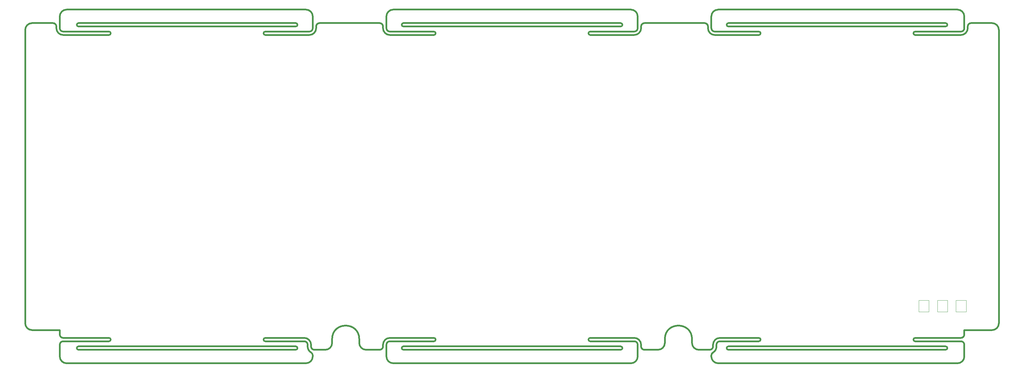
<source format=gbr>
%TF.GenerationSoftware,KiCad,Pcbnew,8.0.1*%
%TF.CreationDate,2025-07-05T21:49:17+09:00*%
%TF.ProjectId,Lily60,4c696c79-3630-42e6-9b69-6361645f7063,rev?*%
%TF.SameCoordinates,Original*%
%TF.FileFunction,Profile,NP*%
%FSLAX46Y46*%
G04 Gerber Fmt 4.6, Leading zero omitted, Abs format (unit mm)*
G04 Created by KiCad (PCBNEW 8.0.1) date 2025-07-05 21:49:17*
%MOMM*%
%LPD*%
G01*
G04 APERTURE LIST*
%TA.AperFunction,Profile*%
%ADD10C,0.500000*%
%TD*%
%TA.AperFunction,Profile*%
%ADD11C,0.120000*%
%TD*%
G04 APERTURE END LIST*
D10*
X46775000Y-29075000D02*
X46775000Y-29075000D01*
X124274999Y-28075001D02*
X124274999Y-28075001D01*
X144974999Y-120825000D02*
X144974999Y-120825000D01*
X121774999Y-123325001D02*
X121774999Y-123325000D01*
X121775000Y-122825000D02*
X121775000Y-122825000D01*
X62274998Y-120825000D02*
G75*
G02*
X62274998Y-121825000I1J-500000D01*
G01*
X48774999Y-120825001D02*
X62274998Y-120825000D01*
X48774999Y-120825001D02*
G75*
G02*
X47774999Y-119825000I1J1000001D01*
G01*
X47774998Y-118525000D02*
X47774998Y-119825000D01*
X39599998Y-118525000D02*
X47774998Y-118525000D01*
X39599998Y-118525000D02*
G75*
G02*
X37599998Y-116525000I1J2000001D01*
G01*
X37600000Y-30074999D02*
X37599998Y-116525000D01*
X37600000Y-30074999D02*
G75*
G02*
X39599999Y-28075000I1999999J0D01*
G01*
X45774998Y-28075000D02*
X39599999Y-28075000D01*
X45774998Y-28075000D02*
G75*
G02*
X46774998Y-29075000I0J-1000000D01*
G01*
X46774999Y-29575000D02*
X46775000Y-29075000D01*
X48774999Y-31575000D02*
G75*
G02*
X46775000Y-29575000I1J2000000D01*
G01*
X62274998Y-31575000D02*
X48774999Y-31575000D01*
X62274998Y-30575000D02*
G75*
G02*
X62274998Y-31575000I1J-500000D01*
G01*
X48774999Y-30575001D02*
X62274998Y-30575000D01*
X48774999Y-30575001D02*
G75*
G02*
X47774999Y-29575000I1J1000001D01*
G01*
X47774998Y-26100000D02*
X47774998Y-29575000D01*
X47774998Y-26100000D02*
G75*
G02*
X49774999Y-24099998I2000001J1D01*
G01*
X120274999Y-24100000D02*
X49774999Y-24100000D01*
X120274999Y-24100000D02*
G75*
G02*
X122274998Y-26100000I0J-1999999D01*
G01*
X122274999Y-29575000D02*
X122274999Y-26100000D01*
X122274999Y-29575000D02*
G75*
G02*
X121274998Y-30575000I-1000001J1D01*
G01*
X108275000Y-30575000D02*
X121274998Y-30575000D01*
X108275000Y-31575000D02*
G75*
G02*
X108275000Y-30575000I-1J500000D01*
G01*
X121274998Y-31574999D02*
X108275000Y-31575000D01*
X123275000Y-29574999D02*
G75*
G02*
X121274998Y-31575001I-2000002J0D01*
G01*
X123274999Y-29075000D02*
X123275000Y-29574999D01*
X123274999Y-29075000D02*
G75*
G02*
X124274999Y-28074998I1000000J2D01*
G01*
X141974999Y-28075001D02*
X124274999Y-28075001D01*
X141974999Y-28075001D02*
G75*
G02*
X142974996Y-29075000I0J-999997D01*
G01*
X142975000Y-29575000D02*
X142975001Y-29075000D01*
X144974999Y-31574999D02*
G75*
G02*
X142975000Y-29575000I0J1999999D01*
G01*
X157975000Y-31575000D02*
X144974999Y-31574999D01*
X157975000Y-30575000D02*
G75*
G02*
X157975000Y-31575000I-1J-500000D01*
G01*
X144974999Y-30575000D02*
X157975000Y-30575000D01*
X144974999Y-30575000D02*
G75*
G02*
X143974999Y-29574999I0J1000000D01*
G01*
X143974998Y-26099999D02*
X143974998Y-29574999D01*
X143974998Y-26099999D02*
G75*
G02*
X145974998Y-24100000I2000000J-1D01*
G01*
X215975000Y-24099999D02*
X145974998Y-24099999D01*
X215975000Y-24099999D02*
G75*
G02*
X217975001Y-26099999I0J-2000001D01*
G01*
X217975000Y-29575001D02*
X217974998Y-26099999D01*
X217975000Y-29575001D02*
G75*
G02*
X216975000Y-30575000I-999999J0D01*
G01*
X203975000Y-30575000D02*
X216975000Y-30575000D01*
X203975000Y-31575000D02*
G75*
G02*
X203975000Y-30575000I-2J500000D01*
G01*
X216975001Y-31575000D02*
X203975000Y-31575000D01*
X218974999Y-29575001D02*
G75*
G02*
X216975001Y-31574999I-1999998J0D01*
G01*
X218975000Y-29074998D02*
X218974999Y-29575001D01*
X218975000Y-29074998D02*
G75*
G02*
X219974999Y-28074999I999999J0D01*
G01*
X237674999Y-28075000D02*
X219974999Y-28075000D01*
X237674999Y-28075000D02*
G75*
G02*
X238674997Y-29074996I0J-999998D01*
G01*
X238675001Y-29575004D02*
X238674998Y-29074996D01*
X240675000Y-31575000D02*
G75*
G02*
X238675001Y-29575004I1J2000000D01*
G01*
X253675000Y-31575000D02*
X240675000Y-31575000D01*
X253675000Y-30575000D02*
G75*
G02*
X253675000Y-31575000I-2J-500000D01*
G01*
X240674999Y-30575000D02*
X253675000Y-30575000D01*
X240674999Y-30575000D02*
G75*
G02*
X239675001Y-29575001I1J999999D01*
G01*
X239674999Y-26099999D02*
X239675000Y-29575001D01*
X239674999Y-26099999D02*
G75*
G02*
X241674998Y-24100000I1999999J0D01*
G01*
X312175000Y-24100000D02*
X241674998Y-24099999D01*
X312175000Y-24100000D02*
G75*
G02*
X314175000Y-26099999I1J-1999999D01*
G01*
X314174998Y-29575001D02*
X314174999Y-26099999D01*
X314174998Y-29575001D02*
G75*
G02*
X313174999Y-30575000I-999999J0D01*
G01*
X299675000Y-30575000D02*
X313174999Y-30575000D01*
X299675000Y-31575000D02*
G75*
G02*
X299675000Y-30575000I-2J500000D01*
G01*
X313175002Y-31575000D02*
X299675000Y-31575000D01*
X315174999Y-29575003D02*
G75*
G02*
X313175002Y-31574998I-1999996J1D01*
G01*
X315175000Y-29074996D02*
X315174999Y-29575003D01*
X315175000Y-29074996D02*
G75*
G02*
X316174996Y-28075000I999996J0D01*
G01*
X322350000Y-28075000D02*
X316174996Y-28075000D01*
X322350000Y-28075000D02*
G75*
G02*
X324349999Y-30074995I2J-1999997D01*
G01*
X324349999Y-116524999D02*
X324349999Y-30074995D01*
X324349999Y-116524999D02*
G75*
G02*
X322349999Y-118525001I-2000001J-1D01*
G01*
X314174999Y-118525000D02*
X322349999Y-118525000D01*
X314174999Y-119825002D02*
X314174999Y-118525000D01*
X314174999Y-119825002D02*
G75*
G02*
X313174999Y-120825001I-1000000J1D01*
G01*
X299675000Y-120825000D02*
X313174999Y-120825000D01*
X299675000Y-121825000D02*
G75*
G02*
X299675000Y-120825000I-2J500000D01*
G01*
X313174999Y-121825000D02*
X299675000Y-121825000D01*
X313174999Y-121825000D02*
G75*
G02*
X314175001Y-122824999I3J-999999D01*
G01*
X314174998Y-126300002D02*
X314175001Y-122824999D01*
X314174998Y-126300002D02*
G75*
G02*
X312175000Y-128299998I-1999997J1D01*
G01*
X241674998Y-128300000D02*
X312175000Y-128299999D01*
X241674998Y-128300000D02*
G75*
G02*
X239674999Y-126300001I0J1999999D01*
G01*
X239675000Y-125986581D02*
X239674999Y-126300001D01*
X239675000Y-125986581D02*
G75*
G02*
X240174999Y-125120559I999995J0D01*
G01*
X241174998Y-123388508D02*
G75*
G02*
X240174998Y-125120558I-1999999J0D01*
G01*
X241174998Y-122824999D02*
X241174998Y-123388508D01*
X241174998Y-122824999D02*
G75*
G02*
X242174997Y-121825000I999999J0D01*
G01*
X253675000Y-121825000D02*
X242174997Y-121825000D01*
X253675000Y-120825000D02*
G75*
G02*
X253675000Y-121825000I-2J-500000D01*
G01*
X242174997Y-120825000D02*
X253675000Y-120825000D01*
X240174999Y-122825003D02*
G75*
G02*
X242174997Y-120825001I1999998J4D01*
G01*
X240174999Y-123324997D02*
X240174999Y-122825003D01*
X240174999Y-123324997D02*
G75*
G02*
X239174999Y-124325000I-1000001J-2D01*
G01*
X235975000Y-124324999D02*
X239174999Y-124324999D01*
X235975000Y-124324999D02*
G75*
G02*
X233975002Y-122325001I0J1999998D01*
G01*
X233975001Y-121200000D02*
X233975001Y-122325001D01*
X225975000Y-121200000D02*
G75*
G02*
X233975002Y-121200000I4000001J0D01*
G01*
X225975001Y-122325001D02*
X225975000Y-121200000D01*
X225975001Y-122325001D02*
G75*
G02*
X223975002Y-124325000I-1999999J0D01*
G01*
X219974999Y-124325000D02*
X223975002Y-124325000D01*
X219974999Y-124325000D02*
G75*
G02*
X218975000Y-123325001I0J999999D01*
G01*
X218974999Y-122824999D02*
X218975000Y-123325001D01*
X216975001Y-120825001D02*
G75*
G02*
X218974999Y-122824999I0J-1999998D01*
G01*
X203975000Y-120825000D02*
X216975001Y-120825001D01*
X203975000Y-121825000D02*
G75*
G02*
X203975000Y-120825000I-2J500000D01*
G01*
X216974997Y-121824999D02*
X203975000Y-121825000D01*
X216974997Y-121824999D02*
G75*
G02*
X217975000Y-122825002I0J-1000003D01*
G01*
X217974999Y-126300002D02*
X217974999Y-122825002D01*
X217974999Y-126300002D02*
G75*
G02*
X215975000Y-128299998I-1999999J3D01*
G01*
X145974998Y-128300000D02*
X215975000Y-128300000D01*
X145974998Y-128300000D02*
G75*
G02*
X143974997Y-126300000I0J2000001D01*
G01*
X143974998Y-122825000D02*
X143974998Y-126300000D01*
X143974998Y-122825000D02*
G75*
G02*
X144974999Y-121825000I1000001J-1D01*
G01*
X157975000Y-121825000D02*
X144974999Y-121824999D01*
X157975000Y-120825000D02*
G75*
G02*
X157975000Y-121825000I-1J-500000D01*
G01*
X144974999Y-120825000D02*
X157975000Y-120825000D01*
X142975000Y-122825001D02*
G75*
G02*
X144974999Y-120825002I1999999J0D01*
G01*
X142975001Y-123325000D02*
X142975000Y-122825001D01*
X142975001Y-123325000D02*
G75*
G02*
X141974999Y-124325003I-1000002J-1D01*
G01*
X137974999Y-124325000D02*
X141974999Y-124325000D01*
X137974999Y-124325000D02*
G75*
G02*
X135974998Y-122325001I0J2000001D01*
G01*
X135974999Y-121199996D02*
X135975001Y-122325001D01*
X127974998Y-121200000D02*
G75*
G02*
X135975000Y-121199996I4000001J0D01*
G01*
X127974998Y-122325000D02*
X127974998Y-121200000D01*
X127974998Y-122325000D02*
G75*
G02*
X125975000Y-124324999I-1999999J0D01*
G01*
X122774998Y-124325000D02*
X125975000Y-124325000D01*
X122774998Y-124325000D02*
G75*
G02*
X121774998Y-123325001I0J1000000D01*
G01*
X121775000Y-122825000D02*
X121774999Y-123325000D01*
X119775000Y-120825000D02*
G75*
G02*
X121775000Y-122825000I-1J-2000001D01*
G01*
X108275000Y-120825000D02*
X119775000Y-120825000D01*
X108275000Y-121825000D02*
G75*
G02*
X108275000Y-120825000I-1J500000D01*
G01*
X119775000Y-121825000D02*
X108275000Y-121825000D01*
X119775000Y-121825000D02*
G75*
G02*
X120775000Y-122825000I-1J-1000001D01*
G01*
X120774999Y-123383601D02*
X120774998Y-122825000D01*
X121774999Y-125120558D02*
G75*
G02*
X120774998Y-123383601I1000000J1732059D01*
G01*
X121774999Y-125120559D02*
G75*
G02*
X122274998Y-125981309I-500000J-866041D01*
G01*
X122274997Y-126300000D02*
X122274997Y-125981309D01*
X122274997Y-126300000D02*
G75*
G02*
X120274999Y-128299998I-1999998J0D01*
G01*
X49774999Y-128299999D02*
X120274999Y-128299999D01*
X49774999Y-128299999D02*
G75*
G02*
X47775000Y-126299999I0J1999999D01*
G01*
X47774998Y-122825000D02*
X47774998Y-126299999D01*
X47774998Y-122825000D02*
G75*
G02*
X48774999Y-121824998I1000002J0D01*
G01*
X62274998Y-121825000D02*
X48774999Y-121825000D01*
X117275000Y-28075000D02*
X53275000Y-28075000D01*
X117275000Y-28075000D02*
G75*
G02*
X117275000Y-29075002I-1J-500001D01*
G01*
X53275000Y-29075000D02*
X117275000Y-29075000D01*
X53275000Y-29075000D02*
G75*
G02*
X53275000Y-28075002I-1J499999D01*
G01*
X212975000Y-123325000D02*
X148975000Y-123325000D01*
X212975000Y-123325000D02*
G75*
G02*
X212975000Y-124324996I-1J-499998D01*
G01*
X148975000Y-124325000D02*
X212975000Y-124325000D01*
X148975000Y-124325000D02*
G75*
G02*
X148975000Y-123324996I-1J500002D01*
G01*
X308675000Y-28075000D02*
X244675000Y-28075000D01*
X308675000Y-28075000D02*
G75*
G02*
X308675000Y-29075000I-1J-500000D01*
G01*
X244675000Y-29075000D02*
X308675000Y-29075000D01*
X244675000Y-29075000D02*
G75*
G02*
X244675000Y-28075000I-1J500000D01*
G01*
X212975000Y-28075000D02*
X148975000Y-28075000D01*
X212975000Y-28075000D02*
G75*
G02*
X212975000Y-29075000I-1J-500000D01*
G01*
X148975000Y-29075000D02*
X212975000Y-29075000D01*
X148975000Y-29075000D02*
G75*
G02*
X148975000Y-28075002I-1J499999D01*
G01*
X308675000Y-123325000D02*
X244675000Y-123325000D01*
X308675000Y-123325000D02*
G75*
G02*
X308675000Y-124324996I-1J-499998D01*
G01*
X244675000Y-124325000D02*
X308675000Y-124325000D01*
X244675000Y-124325000D02*
G75*
G02*
X244675000Y-123324996I-1J500002D01*
G01*
X117275000Y-123325000D02*
X53275000Y-123325000D01*
X117275000Y-123325000D02*
G75*
G02*
X117275000Y-124324996I-1J-499998D01*
G01*
X53275000Y-124325000D02*
X117275000Y-124325000D01*
X53275000Y-124325000D02*
G75*
G02*
X53275000Y-123324996I-1J500002D01*
G01*
D11*
%TO.C,D63*%
X300725002Y-109750000D02*
X300725002Y-113150000D01*
X300725002Y-113150000D02*
X303725002Y-113150000D01*
X303725002Y-109750000D02*
X300725002Y-109750000D01*
X303725002Y-113150000D02*
X303725002Y-109750000D01*
%TO.C,D66*%
X311725001Y-109750001D02*
X311725001Y-113150001D01*
X311725001Y-113150001D02*
X314725001Y-113150001D01*
X314725001Y-109750001D02*
X311725001Y-109750001D01*
X314725001Y-113150001D02*
X314725001Y-109750001D01*
%TO.C,D64*%
X306225002Y-109750001D02*
X306225002Y-113150001D01*
X306225002Y-113150001D02*
X309225002Y-113150001D01*
X309225002Y-109750001D02*
X306225002Y-109750001D01*
X309225002Y-113150001D02*
X309225002Y-109750001D01*
%TD*%
M02*

</source>
